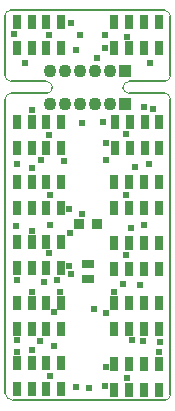
<source format=gts>
G04 Layer_Color=8388736*
%FSLAX43Y43*%
%MOMM*%
G71*
G01*
G75*
%ADD14C,0.160*%
%ADD16C,0.100*%
%ADD30R,0.652X1.152*%
%ADD31R,1.002X0.802*%
%ADD32R,0.902X0.902*%
%ADD33C,1.102*%
%ADD34R,1.102X1.102*%
%ADD35C,0.602*%
D14*
X637Y0D02*
X13500D01*
X14000Y500D02*
Y637D01*
Y25500D01*
X10450Y26000D02*
X13500D01*
X10000Y26450D02*
Y26500D01*
X10500Y27000D02*
X13500D01*
X14000Y27500D02*
Y32500D01*
X13363Y33000D02*
X13500D01*
X400D02*
X13363D01*
X-0Y27500D02*
Y32600D01*
X500Y27000D02*
X3500D01*
X4000Y26450D02*
Y26500D01*
X500Y26000D02*
X3550D01*
X-0Y25363D02*
Y25500D01*
Y637D02*
Y25363D01*
D16*
X13500Y0D02*
G03*
X14000Y500I0J500D01*
G01*
Y25500D02*
G03*
X13500Y26000I-500J0D01*
G01*
X10000Y26450D02*
G03*
X10450Y26000I450J0D01*
G01*
X10500Y27000D02*
G03*
X10000Y26500I0J-500D01*
G01*
X13500Y27000D02*
G03*
X14000Y27500I0J500D01*
G01*
Y32500D02*
G03*
X13500Y33000I-500J0D01*
G01*
X400D02*
G03*
X0Y32600I0J-400D01*
G01*
Y27500D02*
G03*
X500Y27000I500J0D01*
G01*
X4000Y26500D02*
G03*
X3500Y27000I-500J0D01*
G01*
X3550Y26000D02*
G03*
X4000Y26450I0J450D01*
G01*
X500Y26000D02*
G03*
X0Y25500I0J-500D01*
G01*
Y637D02*
G03*
X637Y0I637J0D01*
G01*
D30*
X13000Y6035D02*
D03*
X11750D02*
D03*
X9250D02*
D03*
X10500D02*
D03*
X9250Y8235D02*
D03*
X13000D02*
D03*
X11750D02*
D03*
X10500D02*
D03*
X13000Y900D02*
D03*
X11750D02*
D03*
X9250D02*
D03*
X10500D02*
D03*
X9250Y3100D02*
D03*
X13000D02*
D03*
X11750D02*
D03*
X10500D02*
D03*
X3500Y16304D02*
D03*
X2250D02*
D03*
X1000D02*
D03*
X4750D02*
D03*
X3500Y18504D02*
D03*
X4750D02*
D03*
X2250D02*
D03*
X1000D02*
D03*
X3500Y11169D02*
D03*
X2250D02*
D03*
X1000D02*
D03*
X4750D02*
D03*
X3500Y13370D02*
D03*
X4750D02*
D03*
X2250D02*
D03*
X1000D02*
D03*
X3500Y21350D02*
D03*
X2250D02*
D03*
X1000D02*
D03*
X4750D02*
D03*
X3500Y23550D02*
D03*
X4750D02*
D03*
X2250D02*
D03*
X1000D02*
D03*
X3500Y29800D02*
D03*
X2250D02*
D03*
X1000D02*
D03*
X4750D02*
D03*
X3500Y32000D02*
D03*
X4750D02*
D03*
X2250D02*
D03*
X1000D02*
D03*
X13000Y16304D02*
D03*
X11750D02*
D03*
X9250D02*
D03*
X10500D02*
D03*
X9250Y18504D02*
D03*
X13000D02*
D03*
X11750D02*
D03*
X10500D02*
D03*
X1000Y3150D02*
D03*
X2250D02*
D03*
X4750D02*
D03*
X3500D02*
D03*
X4750Y950D02*
D03*
X1000D02*
D03*
X2250D02*
D03*
X3500D02*
D03*
X1000Y8235D02*
D03*
X2250D02*
D03*
X4750D02*
D03*
X3500D02*
D03*
X4750Y6035D02*
D03*
X1000D02*
D03*
X2250D02*
D03*
X3500D02*
D03*
X13000Y29800D02*
D03*
X11750D02*
D03*
X9250D02*
D03*
X10500D02*
D03*
X9250Y32000D02*
D03*
X13000D02*
D03*
X11750D02*
D03*
X10500D02*
D03*
X13000Y11125D02*
D03*
X11750D02*
D03*
X9250D02*
D03*
X10500D02*
D03*
X9250Y13325D02*
D03*
X13000D02*
D03*
X11750D02*
D03*
X10500D02*
D03*
X13050Y21350D02*
D03*
X11800D02*
D03*
X9300D02*
D03*
X10550D02*
D03*
X9300Y23550D02*
D03*
X13050D02*
D03*
X11800D02*
D03*
X10550D02*
D03*
D31*
X7000Y11550D02*
D03*
Y10250D02*
D03*
D32*
X6250Y14900D02*
D03*
X7750D02*
D03*
D33*
X3825Y25050D02*
D03*
X5095D02*
D03*
X6365D02*
D03*
X7635D02*
D03*
X8905D02*
D03*
Y27900D02*
D03*
X7635D02*
D03*
X6365D02*
D03*
X5095D02*
D03*
X3825D02*
D03*
D34*
X10175Y25050D02*
D03*
Y27900D02*
D03*
D35*
X8250Y23575D02*
D03*
X8522Y21776D02*
D03*
X11000Y19725D02*
D03*
X5000Y20275D02*
D03*
X3000Y20351D02*
D03*
X4391Y10178D02*
D03*
X4108Y7474D02*
D03*
X7775Y28975D02*
D03*
X6025Y29625D02*
D03*
X950Y14775D02*
D03*
X3775Y17375D02*
D03*
X12241Y28584D02*
D03*
X8425Y30900D02*
D03*
X6330D02*
D03*
X1675Y28575D02*
D03*
X2250Y4258D02*
D03*
X8425Y29800D02*
D03*
X5550Y31950D02*
D03*
X975Y5075D02*
D03*
X1000Y10150D02*
D03*
X2250Y9200D02*
D03*
Y24550D02*
D03*
X750Y31052D02*
D03*
X3750Y30900D02*
D03*
X10250Y17400D02*
D03*
X11400Y9725D02*
D03*
X10275Y12275D02*
D03*
X10625Y14575D02*
D03*
X1000Y4100D02*
D03*
X6525Y23500D02*
D03*
X4150Y4600D02*
D03*
X2971Y5000D02*
D03*
X12200Y19986D02*
D03*
X8550Y20376D02*
D03*
Y2825D02*
D03*
X8432Y1203D02*
D03*
X13000Y4125D02*
D03*
X10276Y1850D02*
D03*
X11775Y24800D02*
D03*
X2250Y14301D02*
D03*
X3702Y12442D02*
D03*
X3725Y22476D02*
D03*
X2250Y19647D02*
D03*
X979Y20018D02*
D03*
X3775Y2025D02*
D03*
X11764Y14875D02*
D03*
X7111Y1025D02*
D03*
X7525Y7750D02*
D03*
X13075Y4950D02*
D03*
X11675Y5025D02*
D03*
X10701Y5100D02*
D03*
X8550Y7350D02*
D03*
X9250Y9175D02*
D03*
X9950Y9875D02*
D03*
X5575Y10725D02*
D03*
X5427Y11378D02*
D03*
X3825Y14850D02*
D03*
X6000Y1125D02*
D03*
X4650Y9175D02*
D03*
X3325Y9975D02*
D03*
X10275Y22550D02*
D03*
X5427Y16166D02*
D03*
X6525Y15776D02*
D03*
X10276Y30751D02*
D03*
X12550Y24650D02*
D03*
X5525Y14175D02*
D03*
M02*

</source>
